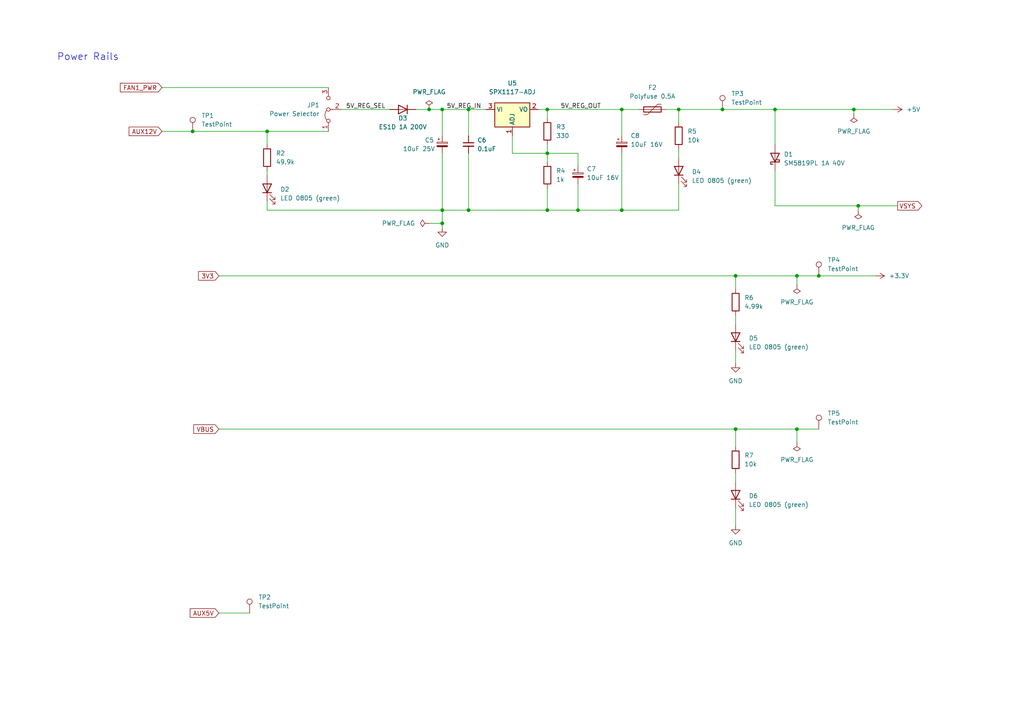
<source format=kicad_sch>
(kicad_sch (version 20230121) (generator eeschema)
  (paper "A4")
  (title_block (title "FanPico-0804D v1.2(c)") (date "2024-01-02") (company "Timo Kokkonen <tjko@iki.fi>") (comment 3 "Fanpico firmware reference PCB."))
  (lib_symbols
    (symbol "Connector:TestPoint" (pin_numbers hide) (pin_names (offset 0.762) hide)
      (property "Reference" "TP" (at 0 6.858 0))
      (property "Value" "TestPoint" (at 0 5.08 0))
      (symbol "TestPoint_0_1"
        (circle (center 0 3.302) (radius 0.762))
      )
      (symbol "TestPoint_1_1"
        (pin passive line (at 0 0 90) (length 2.54) (name "1") (number "1"))
      )
    )
    (symbol "Device:C_Polarized_Small" (pin_numbers hide) (pin_names (offset 0.254) hide)
      (property "Reference" "C" (at 0.254 1.778 0))
      (property "Value" "C_Polarized_Small" (at 0.254 -2.032 0))
      (symbol "C_Polarized_Small_0_1"
        (rectangle (start -1.524 -0.3048) (end 1.524 -0.6858) (fill (type outline)))
        (rectangle (start -1.524 0.6858) (end 1.524 0.3048))
        (polyline (pts (xy -1.27 1.524) (xy -0.762 1.524)))
        (polyline (pts (xy -1.016 1.27) (xy -1.016 1.778)))
      )
      (symbol "C_Polarized_Small_1_1"
        (pin passive line (at 0 2.54 270) (length 1.8542) (name "~") (number "1"))
        (pin passive line (at 0 -2.54 90) (length 1.8542) (name "~") (number "2"))
      )
    )
    (symbol "Device:C_Small" (pin_numbers hide) (pin_names (offset 0.254) hide)
      (property "Reference" "C" (at 0.254 1.778 0))
      (property "Value" "C_Small" (at 0.254 -2.032 0))
      (symbol "C_Small_0_1"
        (polyline (pts (xy -1.524 -0.508) (xy 1.524 -0.508)) (stroke (width 0.3302)))
        (polyline (pts (xy -1.524 0.508) (xy 1.524 0.508)) (stroke (width 0.3048)))
      )
      (symbol "C_Small_1_1"
        (pin passive line (at 0 2.54 270) (length 2.032) (name "~") (number "1"))
        (pin passive line (at 0 -2.54 90) (length 2.032) (name "~") (number "2"))
      )
    )
    (symbol "Device:D" (pin_numbers hide) (pin_names (offset 1.016) hide)
      (property "Reference" "D" (at 0 2.54 0))
      (property "Value" "D" (at 0 -2.54 0))
      (symbol "D_0_1"
        (polyline (pts (xy -1.27 1.27) (xy -1.27 -1.27)) (stroke (width 0.254)))
        (polyline (pts (xy 1.27 0) (xy -1.27 0)))
        (polyline (pts (xy 1.27 1.27) (xy 1.27 -1.27) (xy -1.27 0) (xy 1.27 1.27)) (stroke (width 0.254)))
      )
      (symbol "D_1_1"
        (pin passive line (at -3.81 0 0) (length 2.54) (name "K") (number "1"))
        (pin passive line (at 3.81 0 180) (length 2.54) (name "A") (number "2"))
      )
    )
    (symbol "Device:D_Schottky" (pin_numbers hide) (pin_names (offset 1.016) hide)
      (property "Reference" "D" (at 0 2.54 0))
      (property "Value" "D_Schottky" (at 0 -2.54 0))
      (symbol "D_Schottky_0_1"
        (polyline (pts (xy 1.27 0) (xy -1.27 0)))
        (polyline (pts (xy 1.27 1.27) (xy 1.27 -1.27) (xy -1.27 0) (xy 1.27 1.27)) (stroke (width 0.254)))
        (polyline (pts (xy -1.905 0.635) (xy -1.905 1.27) (xy -1.27 1.27) (xy -1.27 -1.27) (xy -0.635 -1.27) (xy -0.635 -0.635)) (stroke (width 0.254)))
      )
      (symbol "D_Schottky_1_1"
        (pin passive line (at -3.81 0 0) (length 2.54) (name "K") (number "1"))
        (pin passive line (at 3.81 0 180) (length 2.54) (name "A") (number "2"))
      )
    )
    (symbol "Device:LED" (pin_numbers hide) (pin_names (offset 1.016) hide)
      (property "Reference" "D" (at 0 2.54 0))
      (property "Value" "LED" (at 0 -2.54 0))
      (symbol "LED_0_1"
        (polyline (pts (xy -1.27 -1.27) (xy -1.27 1.27)) (stroke (width 0.254)))
        (polyline (pts (xy -1.27 0) (xy 1.27 0)))
        (polyline (pts (xy 1.27 -1.27) (xy 1.27 1.27) (xy -1.27 0) (xy 1.27 -1.27)) (stroke (width 0.254)))
        (polyline (pts (xy -3.048 -0.762) (xy -4.572 -2.286) (xy -3.81 -2.286) (xy -4.572 -2.286) (xy -4.572 -1.524)))
        (polyline (pts (xy -1.778 -0.762) (xy -3.302 -2.286) (xy -2.54 -2.286) (xy -3.302 -2.286) (xy -3.302 -1.524)))
      )
      (symbol "LED_1_1"
        (pin passive line (at -3.81 0 0) (length 2.54) (name "K") (number "1"))
        (pin passive line (at 3.81 0 180) (length 2.54) (name "A") (number "2"))
      )
    )
    (symbol "Device:Polyfuse" (pin_numbers hide) (pin_names (offset 0))
      (property "Reference" "F" (at -2.54 0 90))
      (property "Value" "Polyfuse" (at 2.54 0 90))
      (symbol "Polyfuse_0_1"
        (rectangle (start -0.762 2.54) (end 0.762 -2.54) (stroke (width 0.254)))
        (polyline (pts (xy 0 2.54) (xy 0 -2.54)))
        (polyline (pts (xy -1.524 2.54) (xy -1.524 1.524) (xy 1.524 -1.524) (xy 1.524 -2.54)))
      )
      (symbol "Polyfuse_1_1"
        (pin passive line (at 0 3.81 270) (length 1.27) (name "~") (number "1"))
        (pin passive line (at 0 -3.81 90) (length 1.27) (name "~") (number "2"))
      )
    )
    (symbol "Device:R" (pin_numbers hide) (pin_names (offset 0))
      (property "Reference" "R" (at 2.032 0 90))
      (property "Value" "R" (at 0 0 90))
      (symbol "R_0_1"
        (rectangle (start -1.016 -2.54) (end 1.016 2.54) (stroke (width 0.254)))
      )
      (symbol "R_1_1"
        (pin passive line (at 0 3.81 270) (length 1.27) (name "~") (number "1"))
        (pin passive line (at 0 -3.81 90) (length 1.27) (name "~") (number "2"))
      )
    )
    (symbol "Jumper:Jumper_3_Bridged12" (pin_names (offset 0) hide)
      (property "Reference" "JP" (at -2.54 -2.54 0))
      (property "Value" "Jumper_3_Bridged12" (at 0 2.794 0))
      (symbol "Jumper_3_Bridged12_0_0"
        (circle (center -3.302 0) (radius 0.508))
        (circle (center 0 0) (radius 0.508))
        (circle (center 3.302 0) (radius 0.508))
      )
      (symbol "Jumper_3_Bridged12_0_1"
        (arc (start -0.254 0.508) (mid -1.651 0.9912) (end -3.048 0.508))
        (polyline (pts (xy 0 -1.27) (xy 0 -0.508)))
      )
      (symbol "Jumper_3_Bridged12_1_1"
        (pin passive line (at -6.35 0 0) (length 2.54) (name "A") (number "1"))
        (pin passive line (at 0 -3.81 90) (length 2.54) (name "C") (number "2"))
        (pin passive line (at 6.35 0 180) (length 2.54) (name "B") (number "3"))
      )
    )
    (symbol "Regulator_Linear:AP1117-ADJ"
      (property "Reference" "U" (at -3.81 3.175 0))
      (property "Value" "AP1117-ADJ" (at 0 3.175 0))
      (symbol "AP1117-ADJ_0_1"
        (rectangle (start -5.08 -5.08) (end 5.08 1.905) (stroke (width 0.254)) (fill (type background)))
      )
      (symbol "AP1117-ADJ_1_1"
        (pin input line (at 0 -7.62 90) (length 2.54) (name "ADJ") (number "1"))
        (pin power_out line (at 7.62 0 180) (length 2.54) (name "VO") (number "2"))
        (pin power_in line (at -7.62 0 0) (length 2.54) (name "VI") (number "3"))
      )
    )
    (symbol "power:+3.3V" (power) (pin_names (offset 0))
      (property "Value" "+3.3V" (at 0 3.556 0))
      (symbol "+3.3V_0_1"
        (polyline (pts (xy -0.762 1.27) (xy 0 2.54)))
        (polyline (pts (xy 0 0) (xy 0 2.54)))
        (polyline (pts (xy 0 2.54) (xy 0.762 1.27)))
      )
      (symbol "+3.3V_1_1"
        (pin power_in line (at 0 0 90) (length 0) hide (name "+3.3V") (number "1"))
      )
    )
    (symbol "power:+5V" (power) (pin_names (offset 0))
      (property "Value" "+5V" (at 0 3.556 0))
      (symbol "+5V_0_1"
        (polyline (pts (xy -0.762 1.27) (xy 0 2.54)))
        (polyline (pts (xy 0 0) (xy 0 2.54)))
        (polyline (pts (xy 0 2.54) (xy 0.762 1.27)))
      )
      (symbol "+5V_1_1"
        (pin power_in line (at 0 0 90) (length 0) hide (name "+5V") (number "1"))
      )
    )
    (symbol "power:GND" (power) (pin_names (offset 0))
      (property "Value" "GND" (at 0 -3.81 0))
      (symbol "GND_0_1"
        (polyline (pts (xy 0 0) (xy 0 -1.27) (xy 1.27 -1.27) (xy 0 -2.54) (xy -1.27 -1.27) (xy 0 -1.27)))
      )
      (symbol "GND_1_1"
        (pin power_in line (at 0 0 270) (length 0) hide (name "GND") (number "1"))
      )
    )
    (symbol "power:PWR_FLAG" (power) (pin_numbers hide) (pin_names (offset 0) hide)
      (property "Value" "PWR_FLAG" (at 0 3.81 0))
      (symbol "PWR_FLAG_0_0"
        (pin power_out line (at 0 0 90) (length 0) (name "pwr") (number "1"))
      )
      (symbol "PWR_FLAG_0_1"
        (polyline (pts (xy 0 0) (xy 0 1.27) (xy -1.016 1.905) (xy 0 2.54) (xy 1.016 1.905) (xy 0 1.27)))
      )
    )
  )
  (junction (at 128.27 64.77))
  (junction (at 158.75 31.75))
  (junction (at 55.88 38.1))
  (junction (at 135.89 60.96))
  (junction (at 237.49 80.01))
  (junction (at 231.14 80.01))
  (junction (at 196.85 31.75))
  (junction (at 180.34 31.75))
  (junction (at 124.46 31.75))
  (junction (at 213.36 80.01))
  (junction (at 167.64 60.96))
  (junction (at 135.89 31.75))
  (junction (at 158.75 44.45))
  (junction (at 248.92 59.69))
  (junction (at 209.55 31.75))
  (junction (at 158.75 60.96))
  (junction (at 128.27 31.75))
  (junction (at 128.27 60.96))
  (junction (at 213.36 124.46))
  (junction (at 231.14 124.46))
  (junction (at 77.47 38.1))
  (junction (at 224.79 31.75))
  (junction (at 180.34 60.96))
  (junction (at 247.65 31.75))
  (wire (pts (xy 167.64 53.34) (xy 167.64 60.96)))
  (wire (pts (xy 148.59 39.37) (xy 148.59 44.45)))
  (wire (pts (xy 224.79 31.75) (xy 247.65 31.75)))
  (wire (pts (xy 231.14 124.46) (xy 213.36 124.46)))
  (wire (pts (xy 209.55 31.75) (xy 224.79 31.75)))
  (wire (pts (xy 231.14 80.01) (xy 237.49 80.01)))
  (wire (pts (xy 180.34 39.37) (xy 180.34 31.75)))
  (wire (pts (xy 128.27 60.96) (xy 128.27 64.77)))
  (wire (pts (xy 213.36 80.01) (xy 231.14 80.01)))
  (wire (pts (xy 99.06 31.75) (xy 113.03 31.75)))
  (wire (pts (xy 158.75 44.45) (xy 158.75 46.99)))
  (wire (pts (xy 224.79 31.75) (xy 224.79 41.91)))
  (wire (pts (xy 135.89 31.75) (xy 140.97 31.75)))
  (wire (pts (xy 77.47 38.1) (xy 95.25 38.1)))
  (wire (pts (xy 193.04 31.75) (xy 196.85 31.75)))
  (wire (pts (xy 180.34 31.75) (xy 185.42 31.75)))
  (wire (pts (xy 213.36 93.98) (xy 213.36 91.44)))
  (wire (pts (xy 156.21 31.75) (xy 158.75 31.75)))
  (wire (pts (xy 128.27 64.77) (xy 128.27 66.04)))
  (wire (pts (xy 77.47 58.42) (xy 77.47 60.96)))
  (wire (pts (xy 46.99 38.1) (xy 55.88 38.1)))
  (wire (pts (xy 128.27 39.37) (xy 128.27 31.75)))
  (wire (pts (xy 158.75 41.91) (xy 158.75 44.45)))
  (wire (pts (xy 180.34 44.45) (xy 180.34 60.96)))
  (wire (pts (xy 231.14 124.46) (xy 231.14 128.27)))
  (wire (pts (xy 158.75 31.75) (xy 158.75 34.29)))
  (wire (pts (xy 213.36 139.7) (xy 213.36 137.16)))
  (wire (pts (xy 213.36 101.6) (xy 213.36 105.41)))
  (wire (pts (xy 135.89 60.96) (xy 158.75 60.96)))
  (wire (pts (xy 148.59 44.45) (xy 158.75 44.45)))
  (wire (pts (xy 77.47 38.1) (xy 77.47 41.91)))
  (wire (pts (xy 124.46 31.75) (xy 128.27 31.75)))
  (wire (pts (xy 231.14 82.55) (xy 231.14 80.01)))
  (wire (pts (xy 248.92 59.69) (xy 260.35 59.69)))
  (wire (pts (xy 77.47 60.96) (xy 128.27 60.96)))
  (wire (pts (xy 254 80.01) (xy 237.49 80.01)))
  (wire (pts (xy 196.85 31.75) (xy 196.85 35.56)))
  (wire (pts (xy 128.27 31.75) (xy 135.89 31.75)))
  (wire (pts (xy 124.46 64.77) (xy 128.27 64.77)))
  (wire (pts (xy 167.64 60.96) (xy 180.34 60.96)))
  (wire (pts (xy 55.88 38.1) (xy 77.47 38.1)))
  (wire (pts (xy 247.65 31.75) (xy 247.65 33.02)))
  (wire (pts (xy 224.79 59.69) (xy 248.92 59.69)))
  (wire (pts (xy 63.5 177.8) (xy 72.39 177.8)))
  (wire (pts (xy 128.27 44.45) (xy 128.27 60.96)))
  (wire (pts (xy 77.47 49.53) (xy 77.47 50.8)))
  (wire (pts (xy 135.89 31.75) (xy 135.89 39.37)))
  (wire (pts (xy 128.27 60.96) (xy 135.89 60.96)))
  (wire (pts (xy 196.85 31.75) (xy 209.55 31.75)))
  (wire (pts (xy 158.75 54.61) (xy 158.75 60.96)))
  (wire (pts (xy 196.85 45.72) (xy 196.85 43.18)))
  (wire (pts (xy 120.65 31.75) (xy 124.46 31.75)))
  (wire (pts (xy 196.85 53.34) (xy 196.85 60.96)))
  (wire (pts (xy 213.36 147.32) (xy 213.36 152.4)))
  (wire (pts (xy 158.75 60.96) (xy 167.64 60.96)))
  (wire (pts (xy 167.64 48.26) (xy 167.64 44.45)))
  (wire (pts (xy 224.79 49.53) (xy 224.79 59.69)))
  (wire (pts (xy 248.92 60.96) (xy 248.92 59.69)))
  (wire (pts (xy 167.64 44.45) (xy 158.75 44.45)))
  (wire (pts (xy 63.5 80.01) (xy 213.36 80.01)))
  (wire (pts (xy 247.65 31.75) (xy 259.08 31.75)))
  (wire (pts (xy 135.89 44.45) (xy 135.89 60.96)))
  (wire (pts (xy 63.5 124.46) (xy 213.36 124.46)))
  (wire (pts (xy 213.36 80.01) (xy 213.36 83.82)))
  (wire (pts (xy 158.75 31.75) (xy 180.34 31.75)))
  (wire (pts (xy 213.36 124.46) (xy 213.36 129.54)))
  (wire (pts (xy 46.99 25.4) (xy 95.25 25.4)))
  (wire (pts (xy 237.49 124.46) (xy 231.14 124.46)))
  (wire (pts (xy 196.85 60.96) (xy 180.34 60.96)))
  (text "Power Rails" (at 16.51 17.78 0) (effects (font (size 2 2)) (justify left bottom)))
  (label "5V_REG_SEL" (at 100.33 31.75 0))
  (label "5V_REG_OUT" (at 162.56 31.75 0))
  (label "5V_REG_IN" (at 129.54 31.75 0))
  (global_label "AUX5V" (shape input) (at 63.5 177.8 180) (property "Intersheetrefs" "${INTERSHEET_REFS}" (effects hide)))
  (global_label "VBUS" (shape input) (at 63.5 124.46 180) (property "Intersheetrefs" "${INTERSHEET_REFS}" (effects hide)))
  (global_label "FAN1_PWR" (shape input) (at 46.99 25.4 180) (property "Intersheetrefs" "${INTERSHEET_REFS}" (effects hide)))
  (global_label "3V3" (shape input) (at 63.5 80.01 180) (property "Intersheetrefs" "${INTERSHEET_REFS}" (effects hide)))
  (global_label "AUX12V" (shape input) (at 46.99 38.1 180) (property "Intersheetrefs" "${INTERSHEET_REFS}" (effects hide)))
  (global_label "VSYS" (shape output) (at 260.35 59.69 0) (property "Intersheetrefs" "${INTERSHEET_REFS}" (effects hide)))
  (symbol (lib_id "Connector:TestPoint") (at 209.55 31.75 0) (unit 1)
    (property "Reference" "TP3" (at 212.09 27.1779 0) (effects (justify left)))
    (property "Value" "TestPoint" (at 212.09 29.7179 0) (effects (justify left)))
    (property "Footprint" "TestPoint:TestPoint_Pad_D1.5mm" (effects hide))
  )
  (symbol (lib_id "power:PWR_FLAG") (at 124.46 31.75 0) (unit 1)
    (property "Reference" "#FLG02" (effects hide))
    (property "Value" "PWR_FLAG" (at 124.46 26.67 0))
  )
  (symbol (lib_id "Connector:TestPoint") (at 55.88 38.1 0) (unit 1)
    (property "Reference" "TP1" (at 58.42 33.5279 0) (effects (justify left)))
    (property "Value" "TestPoint" (at 58.42 36.0679 0) (effects (justify left)))
    (property "Footprint" "TestPoint:TestPoint_Pad_D1.5mm" (effects hide))
  )
  (symbol (lib_id "Device:D") (at 116.84 31.75 180) (unit 1)
    (property "Reference" "D3" (at 116.84 34.29 0))
    (property "Value" "ES1D 1A 200V" (at 116.84 36.83 0))
    (property "Footprint" "Diode_SMD:D_SMA_Handsoldering" (effects hide))
    (property "LCSC Part Number" "C445494" (effects hide))
    (property "Sim.Device" "D" (effects hide))
    (property "Sim.Pins" "1=K 2=A" (effects hide))
  )
  (symbol (lib_id "Connector:TestPoint") (at 237.49 124.46 0) (unit 1)
    (property "Reference" "TP5" (at 240.03 119.8879 0) (effects (justify left)))
    (property "Value" "TestPoint" (at 240.03 122.4279 0) (effects (justify left)))
    (property "Footprint" "TestPoint:TestPoint_Pad_D1.5mm" (effects hide))
  )
  (symbol (lib_id "Device:R") (at 213.36 133.35 0) (unit 1)
    (property "Reference" "R7" (at 215.9 132.0799 0) (effects (justify left)))
    (property "Value" "10k" (at 215.9 134.6199 0) (effects (justify left)))
    (property "Footprint" "Resistor_SMD:R_0603_1608Metric_Pad0.98x0.95mm_HandSolder" (effects hide))
    (property "LCSC Part Number" "C98220" (effects hide))
  )
  (symbol (lib_id "Device:C_Polarized_Small") (at 180.34 41.91 0) (unit 1)
    (property "Reference" "C8" (at 182.88 39.37 0) (effects (justify left)))
    (property "Value" "10uF 16V" (at 182.88 41.91 0) (effects (justify left)))
    (property "Footprint" "Capacitor_Tantalum_SMD:CP_EIA-3216-18_Kemet-A_Pad1.58x1.35mm_HandSolder" (effects hide))
    (property "LCSC Part Number" "C7171" (effects hide))
  )
  (symbol (lib_id "Device:LED") (at 196.85 49.53 90) (unit 1)
    (property "Reference" "D4" (at 200.66 49.8474 90) (effects (justify right)))
    (property "Value" "LED 0805 (green)" (at 200.66 52.3874 90) (effects (justify right)))
    (property "Footprint" "LED_SMD:LED_0805_2012Metric_Pad1.15x1.40mm_HandSolder" (effects hide))
    (property "LCSC Part Number" "C434432" (effects hide))
  )
  (symbol (lib_id "power:PWR_FLAG") (at 231.14 128.27 180) (unit 1)
    (property "Reference" "#FLG06" (effects hide))
    (property "Value" "PWR_FLAG" (at 231.14 133.35 0))
  )
  (symbol (lib_id "Connector:TestPoint") (at 237.49 80.01 0) (unit 1)
    (property "Reference" "TP4" (at 240.03 75.4379 0) (effects (justify left)))
    (property "Value" "TestPoint" (at 240.03 77.9779 0) (effects (justify left)))
    (property "Footprint" "TestPoint:TestPoint_Pad_D1.5mm" (effects hide))
  )
  (symbol (lib_id "power:GND") (at 213.36 105.41 0) (unit 1)
    (property "Reference" "#PWR030" (effects hide))
    (property "Value" "GND" (at 213.36 110.49 0))
  )
  (symbol (lib_id "Jumper:Jumper_3_Bridged12") (at 95.25 31.75 90) (unit 1)
    (property "Reference" "JP1" (at 92.71 30.4799 90) (effects (justify left)))
    (property "Value" "Power Selector" (at 92.71 33.0199 90) (effects (justify left)))
    (property "Footprint" "Connector_PinHeader_2.54mm:PinHeader_1x03_P2.54mm_Vertical" (effects hide))
  )
  (symbol (lib_id "Device:R") (at 196.85 39.37 0) (unit 1)
    (property "Reference" "R5" (at 199.39 38.0999 0) (effects (justify left)))
    (property "Value" "10k" (at 199.39 40.6399 0) (effects (justify left)))
    (property "Footprint" "Resistor_SMD:R_0603_1608Metric_Pad0.98x0.95mm_HandSolder" (effects hide))
    (property "LCSC Part Number" "C98220" (effects hide))
  )
  (symbol (lib_id "power:PWR_FLAG") (at 124.46 64.77 90) (unit 1)
    (property "Reference" "#FLG01" (effects hide))
    (property "Value" "PWR_FLAG" (at 115.57 64.77 90))
  )
  (symbol (lib_id "Device:R") (at 158.75 38.1 0) (unit 1)
    (property "Reference" "R3" (at 161.29 36.8299 0) (effects (justify left)))
    (property "Value" "330" (at 161.29 39.3699 0) (effects (justify left)))
    (property "Footprint" "Resistor_SMD:R_0603_1608Metric_Pad0.98x0.95mm_HandSolder" (effects hide))
    (property "LCSC Part Number" "C105881" (effects hide))
  )
  (symbol (lib_id "Device:C_Polarized_Small") (at 167.64 50.8 0) (unit 1)
    (property "Reference" "C7" (at 170.18 48.9838 0) (effects (justify left)))
    (property "Value" "10uF 16V" (at 170.18 51.5238 0) (effects (justify left)))
    (property "Footprint" "Capacitor_Tantalum_SMD:CP_EIA-3216-18_Kemet-A_Pad1.58x1.35mm_HandSolder" (effects hide))
    (property "LCSC Part Number" "C7171" (effects hide))
  )
  (symbol (lib_id "Device:R") (at 77.47 45.72 0) (unit 1)
    (property "Reference" "R2" (at 80.01 44.4499 0) (effects (justify left)))
    (property "Value" "49.9k" (at 80.01 46.9899 0) (effects (justify left)))
    (property "Footprint" "Resistor_SMD:R_0603_1608Metric_Pad0.98x0.95mm_HandSolder" (effects hide))
    (property "LCSC Part Number" "C114624" (effects hide))
  )
  (symbol (lib_id "power:PWR_FLAG") (at 231.14 82.55 180) (unit 1)
    (property "Reference" "#FLG05" (effects hide))
    (property "Value" "PWR_FLAG" (at 231.14 87.63 0))
  )
  (symbol (lib_id "Device:LED") (at 213.36 97.79 90) (unit 1)
    (property "Reference" "D5" (at 217.17 98.1074 90) (effects (justify right)))
    (property "Value" "LED 0805 (green)" (at 217.17 100.6474 90) (effects (justify right)))
    (property "Footprint" "LED_SMD:LED_0805_2012Metric_Pad1.15x1.40mm_HandSolder" (effects hide))
    (property "LCSC Part Number" "C434432" (effects hide))
  )
  (symbol (lib_id "power:GND") (at 128.27 66.04 0) (unit 1)
    (property "Reference" "#PWR029" (effects hide))
    (property "Value" "GND" (at 128.27 71.12 0))
  )
  (symbol (lib_id "power:+5V") (at 259.08 31.75 270) (unit 1)
    (property "Reference" "#PWR032" (effects hide))
    (property "Value" "+5V" (at 262.89 31.75 90) (effects (justify left)))
  )
  (symbol (lib_id "Connector:TestPoint") (at 72.39 177.8 0) (unit 1)
    (property "Reference" "TP2" (at 74.93 173.2279 0) (effects (justify left)))
    (property "Value" "TestPoint" (at 74.93 175.7679 0) (effects (justify left)))
    (property "Footprint" "TestPoint:TestPoint_Pad_D1.5mm" (effects hide))
  )
  (symbol (lib_id "Device:Polyfuse") (at 189.23 31.75 90) (unit 1)
    (property "Reference" "F2" (at 189.23 25.4 90))
    (property "Value" "Polyfuse 0.5A" (at 189.23 27.94 90))
    (property "Footprint" "Fuse:Fuse_1206_3216Metric_Pad1.42x1.75mm_HandSolder" (effects hide))
    (property "LCSC Part Number" "C70072" (effects hide))
  )
  (symbol (lib_id "Device:C_Polarized_Small") (at 128.27 41.91 0) (unit 1)
    (property "Reference" "C5" (at 123.19 40.64 0) (effects (justify left)))
    (property "Value" "10uF 25V" (at 116.84 43.18 0) (effects (justify left)))
    (property "Footprint" "Capacitor_Tantalum_SMD:CP_EIA-3528-12_Kemet-T_Pad1.50x2.35mm_HandSolder" (effects hide))
    (property "LCSC Part Number" "C7194" (effects hide))
  )
  (symbol (lib_id "Device:R") (at 213.36 87.63 0) (unit 1)
    (property "Reference" "R6" (at 215.9 86.3599 0) (effects (justify left)))
    (property "Value" "4.99k" (at 215.9 88.8999 0) (effects (justify left)))
    (property "Footprint" "Resistor_SMD:R_0603_1608Metric_Pad0.98x0.95mm_HandSolder" (effects hide))
    (property "LCSC Part Number" "C114621" (effects hide))
  )
  (symbol (lib_id "Device:LED") (at 77.47 54.61 90) (unit 1)
    (property "Reference" "D2" (at 81.28 54.9274 90) (effects (justify right)))
    (property "Value" "LED 0805 (green)" (at 81.28 57.4674 90) (effects (justify right)))
    (property "Footprint" "LED_SMD:LED_0805_2012Metric_Pad1.15x1.40mm_HandSolder" (effects hide))
    (property "LCSC Part Number" "C434432" (effects hide))
  )
  (symbol (lib_id "Device:C_Small") (at 135.89 41.91 0) (unit 1)
    (property "Reference" "C6" (at 138.43 40.6462 0) (effects (justify left)))
    (property "Value" "0.1uF" (at 138.43 43.1862 0) (effects (justify left)))
    (property "Footprint" "Capacitor_SMD:C_0603_1608Metric_Pad1.08x0.95mm_HandSolder" (effects hide))
    (property "LCSC Part Number" "C1591" (effects hide))
  )
  (symbol (lib_id "Regulator_Linear:AP1117-ADJ") (at 148.59 31.75 0) (unit 1)
    (property "Reference" "U5" (at 148.59 24.13 0))
    (property "Value" "SPX1117-ADJ" (at 148.59 26.67 0))
    (property "Footprint" "Package_TO_SOT_SMD:SOT-223" (effects hide))
    (property "Datasheet" "http://www.diodes.com/datasheets/AP1117.pdf" (effects hide))
    (property "LCSC Part Number" "C67402" (effects hide))
  )
  (symbol (lib_id "power:PWR_FLAG") (at 247.65 33.02 180) (unit 1)
    (property "Reference" "#FLG04" (effects hide))
    (property "Value" "PWR_FLAG" (at 247.65 38.1 0))
  )
  (symbol (lib_id "power:+3.3V") (at 254 80.01 270) (unit 1)
    (property "Reference" "#PWR033" (effects hide))
    (property "Value" "+3.3V" (at 257.81 80.0099 90) (effects (justify left)))
  )
  (symbol (lib_id "power:GND") (at 213.36 152.4 0) (unit 1)
    (property "Reference" "#PWR031" (effects hide))
    (property "Value" "GND" (at 213.36 157.48 0))
  )
  (symbol (lib_id "power:PWR_FLAG") (at 248.92 60.96 180) (unit 1)
    (property "Reference" "#FLG0103" (effects hide))
    (property "Value" "PWR_FLAG" (at 248.92 66.04 0))
  )
  (symbol (lib_id "Device:R") (at 158.75 50.8 0) (unit 1)
    (property "Reference" "R4" (at 161.29 49.5299 0) (effects (justify left)))
    (property "Value" "1k" (at 161.29 52.0699 0) (effects (justify left)))
    (property "Footprint" "Resistor_SMD:R_0603_1608Metric_Pad0.98x0.95mm_HandSolder" (effects hide))
    (property "LCSC Part Number" "C22548" (effects hide))
  )
  (symbol (lib_id "Device:LED") (at 213.36 143.51 90) (unit 1)
    (property "Reference" "D6" (at 217.17 143.8274 90) (effects (justify right)))
    (property "Value" "LED 0805 (green)" (at 217.17 146.3674 90) (effects (justify right)))
    (property "Footprint" "LED_SMD:LED_0805_2012Metric_Pad1.15x1.40mm_HandSolder" (effects hide))
    (property "LCSC Part Number" "C434432" (effects hide))
  )
  (symbol (lib_id "Device:D_Schottky") (at 224.79 45.72 90) (unit 1)
    (property "Reference" "D1" (at 227.33 44.7674 90) (effects (justify right)))
    (property "Value" "SM5819PL 1A 40V" (at 227.33 47.3074 90) (effects (justify right)))
    (property "Footprint" "Diode_SMD:D_SMA" (effects hide))
    (property "LCSC Part Number" "C669023" (effects hide))
  )
)
</source>
